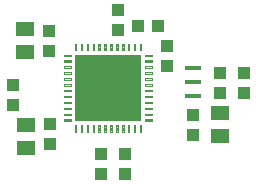
<source format=gbr>
G04 EAGLE Gerber RS-274X export*
G75*
%MOMM*%
%FSLAX34Y34*%
%LPD*%
%INSolderpaste Bottom*%
%IPPOS*%
%AMOC8*
5,1,8,0,0,1.08239X$1,22.5*%
G01*
%ADD10R,1.000000X1.100000*%
%ADD11R,1.500000X1.300000*%
%ADD12R,1.100000X1.000000*%
%ADD13C,0.124994*%
%ADD14R,5.699988X5.699988*%
%ADD15R,1.399997X0.400000*%


D10*
X440690Y342020D03*
X440690Y359020D03*
D11*
X440690Y305460D03*
X440690Y324460D03*
D12*
X265430Y331860D03*
X265430Y348860D03*
D13*
X377827Y373077D02*
X377827Y374327D01*
X383577Y374327D01*
X383577Y373077D01*
X377827Y373077D01*
X377827Y374264D02*
X383577Y374264D01*
X377827Y369327D02*
X377827Y368077D01*
X377827Y369327D02*
X383577Y369327D01*
X383577Y368077D01*
X377827Y368077D01*
X377827Y369264D02*
X383577Y369264D01*
X377827Y364327D02*
X377827Y363077D01*
X377827Y364327D02*
X383577Y364327D01*
X383577Y363077D01*
X377827Y363077D01*
X377827Y364264D02*
X383577Y364264D01*
X377827Y359327D02*
X377827Y358077D01*
X377827Y359327D02*
X383577Y359327D01*
X383577Y358077D01*
X377827Y358077D01*
X377827Y359264D02*
X383577Y359264D01*
X377827Y354327D02*
X377827Y353077D01*
X377827Y354327D02*
X383577Y354327D01*
X383577Y353077D01*
X377827Y353077D01*
X377827Y354264D02*
X383577Y354264D01*
X377827Y349327D02*
X377827Y348077D01*
X377827Y349327D02*
X383577Y349327D01*
X383577Y348077D01*
X377827Y348077D01*
X377827Y349264D02*
X383577Y349264D01*
X377827Y344327D02*
X377827Y343077D01*
X377827Y344327D02*
X383577Y344327D01*
X383577Y343077D01*
X377827Y343077D01*
X377827Y344264D02*
X383577Y344264D01*
X377827Y339327D02*
X377827Y338077D01*
X377827Y339327D02*
X383577Y339327D01*
X383577Y338077D01*
X377827Y338077D01*
X377827Y339264D02*
X383577Y339264D01*
X377827Y334327D02*
X377827Y333077D01*
X377827Y334327D02*
X383577Y334327D01*
X383577Y333077D01*
X377827Y333077D01*
X377827Y334264D02*
X383577Y334264D01*
X377827Y329327D02*
X377827Y328077D01*
X377827Y329327D02*
X383577Y329327D01*
X383577Y328077D01*
X377827Y328077D01*
X377827Y329264D02*
X383577Y329264D01*
X377827Y324327D02*
X377827Y323077D01*
X377827Y324327D02*
X383577Y324327D01*
X383577Y323077D01*
X377827Y323077D01*
X377827Y324264D02*
X383577Y324264D01*
X377827Y319327D02*
X377827Y318077D01*
X377827Y319327D02*
X383577Y319327D01*
X383577Y318077D01*
X377827Y318077D01*
X377827Y319264D02*
X383577Y319264D01*
X374327Y314577D02*
X373077Y314577D01*
X374327Y314577D02*
X374327Y308827D01*
X373077Y308827D01*
X373077Y314577D01*
X373077Y310014D02*
X374327Y310014D01*
X374327Y311201D02*
X373077Y311201D01*
X373077Y312388D02*
X374327Y312388D01*
X374327Y313575D02*
X373077Y313575D01*
X369327Y314577D02*
X368077Y314577D01*
X369327Y314577D02*
X369327Y308827D01*
X368077Y308827D01*
X368077Y314577D01*
X368077Y310014D02*
X369327Y310014D01*
X369327Y311201D02*
X368077Y311201D01*
X368077Y312388D02*
X369327Y312388D01*
X369327Y313575D02*
X368077Y313575D01*
X364327Y314577D02*
X363077Y314577D01*
X364327Y314577D02*
X364327Y308827D01*
X363077Y308827D01*
X363077Y314577D01*
X363077Y310014D02*
X364327Y310014D01*
X364327Y311201D02*
X363077Y311201D01*
X363077Y312388D02*
X364327Y312388D01*
X364327Y313575D02*
X363077Y313575D01*
X359327Y314577D02*
X358077Y314577D01*
X359327Y314577D02*
X359327Y308827D01*
X358077Y308827D01*
X358077Y314577D01*
X358077Y310014D02*
X359327Y310014D01*
X359327Y311201D02*
X358077Y311201D01*
X358077Y312388D02*
X359327Y312388D01*
X359327Y313575D02*
X358077Y313575D01*
X354327Y314577D02*
X353077Y314577D01*
X354327Y314577D02*
X354327Y308827D01*
X353077Y308827D01*
X353077Y314577D01*
X353077Y310014D02*
X354327Y310014D01*
X354327Y311201D02*
X353077Y311201D01*
X353077Y312388D02*
X354327Y312388D01*
X354327Y313575D02*
X353077Y313575D01*
X349327Y314577D02*
X348077Y314577D01*
X349327Y314577D02*
X349327Y308827D01*
X348077Y308827D01*
X348077Y314577D01*
X348077Y310014D02*
X349327Y310014D01*
X349327Y311201D02*
X348077Y311201D01*
X348077Y312388D02*
X349327Y312388D01*
X349327Y313575D02*
X348077Y313575D01*
X344327Y314577D02*
X343077Y314577D01*
X344327Y314577D02*
X344327Y308827D01*
X343077Y308827D01*
X343077Y314577D01*
X343077Y310014D02*
X344327Y310014D01*
X344327Y311201D02*
X343077Y311201D01*
X343077Y312388D02*
X344327Y312388D01*
X344327Y313575D02*
X343077Y313575D01*
X339327Y314577D02*
X338077Y314577D01*
X339327Y314577D02*
X339327Y308827D01*
X338077Y308827D01*
X338077Y314577D01*
X338077Y310014D02*
X339327Y310014D01*
X339327Y311201D02*
X338077Y311201D01*
X338077Y312388D02*
X339327Y312388D01*
X339327Y313575D02*
X338077Y313575D01*
X334327Y314577D02*
X333077Y314577D01*
X334327Y314577D02*
X334327Y308827D01*
X333077Y308827D01*
X333077Y314577D01*
X333077Y310014D02*
X334327Y310014D01*
X334327Y311201D02*
X333077Y311201D01*
X333077Y312388D02*
X334327Y312388D01*
X334327Y313575D02*
X333077Y313575D01*
X329327Y314577D02*
X328077Y314577D01*
X329327Y314577D02*
X329327Y308827D01*
X328077Y308827D01*
X328077Y314577D01*
X328077Y310014D02*
X329327Y310014D01*
X329327Y311201D02*
X328077Y311201D01*
X328077Y312388D02*
X329327Y312388D01*
X329327Y313575D02*
X328077Y313575D01*
X324327Y314577D02*
X323077Y314577D01*
X324327Y314577D02*
X324327Y308827D01*
X323077Y308827D01*
X323077Y314577D01*
X323077Y310014D02*
X324327Y310014D01*
X324327Y311201D02*
X323077Y311201D01*
X323077Y312388D02*
X324327Y312388D01*
X324327Y313575D02*
X323077Y313575D01*
X319327Y314577D02*
X318077Y314577D01*
X319327Y314577D02*
X319327Y308827D01*
X318077Y308827D01*
X318077Y314577D01*
X318077Y310014D02*
X319327Y310014D01*
X319327Y311201D02*
X318077Y311201D01*
X318077Y312388D02*
X319327Y312388D01*
X319327Y313575D02*
X318077Y313575D01*
X314577Y318077D02*
X314577Y319327D01*
X314577Y318077D02*
X308827Y318077D01*
X308827Y319327D01*
X314577Y319327D01*
X314577Y319264D02*
X308827Y319264D01*
X314577Y323077D02*
X314577Y324327D01*
X314577Y323077D02*
X308827Y323077D01*
X308827Y324327D01*
X314577Y324327D01*
X314577Y324264D02*
X308827Y324264D01*
X314577Y328077D02*
X314577Y329327D01*
X314577Y328077D02*
X308827Y328077D01*
X308827Y329327D01*
X314577Y329327D01*
X314577Y329264D02*
X308827Y329264D01*
X314577Y333077D02*
X314577Y334327D01*
X314577Y333077D02*
X308827Y333077D01*
X308827Y334327D01*
X314577Y334327D01*
X314577Y334264D02*
X308827Y334264D01*
X314577Y338077D02*
X314577Y339327D01*
X314577Y338077D02*
X308827Y338077D01*
X308827Y339327D01*
X314577Y339327D01*
X314577Y339264D02*
X308827Y339264D01*
X314577Y343077D02*
X314577Y344327D01*
X314577Y343077D02*
X308827Y343077D01*
X308827Y344327D01*
X314577Y344327D01*
X314577Y344264D02*
X308827Y344264D01*
X314577Y348077D02*
X314577Y349327D01*
X314577Y348077D02*
X308827Y348077D01*
X308827Y349327D01*
X314577Y349327D01*
X314577Y349264D02*
X308827Y349264D01*
X314577Y353077D02*
X314577Y354327D01*
X314577Y353077D02*
X308827Y353077D01*
X308827Y354327D01*
X314577Y354327D01*
X314577Y354264D02*
X308827Y354264D01*
X314577Y358077D02*
X314577Y359327D01*
X314577Y358077D02*
X308827Y358077D01*
X308827Y359327D01*
X314577Y359327D01*
X314577Y359264D02*
X308827Y359264D01*
X314577Y363077D02*
X314577Y364327D01*
X314577Y363077D02*
X308827Y363077D01*
X308827Y364327D01*
X314577Y364327D01*
X314577Y364264D02*
X308827Y364264D01*
X314577Y368077D02*
X314577Y369327D01*
X314577Y368077D02*
X308827Y368077D01*
X308827Y369327D01*
X314577Y369327D01*
X314577Y369264D02*
X308827Y369264D01*
X314577Y373077D02*
X314577Y374327D01*
X314577Y373077D02*
X308827Y373077D01*
X308827Y374327D01*
X314577Y374327D01*
X314577Y374264D02*
X308827Y374264D01*
X318077Y377827D02*
X319327Y377827D01*
X318077Y377827D02*
X318077Y383577D01*
X319327Y383577D01*
X319327Y377827D01*
X319327Y379014D02*
X318077Y379014D01*
X318077Y380201D02*
X319327Y380201D01*
X319327Y381388D02*
X318077Y381388D01*
X318077Y382575D02*
X319327Y382575D01*
X323077Y377827D02*
X324327Y377827D01*
X323077Y377827D02*
X323077Y383577D01*
X324327Y383577D01*
X324327Y377827D01*
X324327Y379014D02*
X323077Y379014D01*
X323077Y380201D02*
X324327Y380201D01*
X324327Y381388D02*
X323077Y381388D01*
X323077Y382575D02*
X324327Y382575D01*
X328077Y377827D02*
X329327Y377827D01*
X328077Y377827D02*
X328077Y383577D01*
X329327Y383577D01*
X329327Y377827D01*
X329327Y379014D02*
X328077Y379014D01*
X328077Y380201D02*
X329327Y380201D01*
X329327Y381388D02*
X328077Y381388D01*
X328077Y382575D02*
X329327Y382575D01*
X333077Y377827D02*
X334327Y377827D01*
X333077Y377827D02*
X333077Y383577D01*
X334327Y383577D01*
X334327Y377827D01*
X334327Y379014D02*
X333077Y379014D01*
X333077Y380201D02*
X334327Y380201D01*
X334327Y381388D02*
X333077Y381388D01*
X333077Y382575D02*
X334327Y382575D01*
X338077Y377827D02*
X339327Y377827D01*
X338077Y377827D02*
X338077Y383577D01*
X339327Y383577D01*
X339327Y377827D01*
X339327Y379014D02*
X338077Y379014D01*
X338077Y380201D02*
X339327Y380201D01*
X339327Y381388D02*
X338077Y381388D01*
X338077Y382575D02*
X339327Y382575D01*
X343077Y377827D02*
X344327Y377827D01*
X343077Y377827D02*
X343077Y383577D01*
X344327Y383577D01*
X344327Y377827D01*
X344327Y379014D02*
X343077Y379014D01*
X343077Y380201D02*
X344327Y380201D01*
X344327Y381388D02*
X343077Y381388D01*
X343077Y382575D02*
X344327Y382575D01*
X348077Y377827D02*
X349327Y377827D01*
X348077Y377827D02*
X348077Y383577D01*
X349327Y383577D01*
X349327Y377827D01*
X349327Y379014D02*
X348077Y379014D01*
X348077Y380201D02*
X349327Y380201D01*
X349327Y381388D02*
X348077Y381388D01*
X348077Y382575D02*
X349327Y382575D01*
X353077Y377827D02*
X354327Y377827D01*
X353077Y377827D02*
X353077Y383577D01*
X354327Y383577D01*
X354327Y377827D01*
X354327Y379014D02*
X353077Y379014D01*
X353077Y380201D02*
X354327Y380201D01*
X354327Y381388D02*
X353077Y381388D01*
X353077Y382575D02*
X354327Y382575D01*
X358077Y377827D02*
X359327Y377827D01*
X358077Y377827D02*
X358077Y383577D01*
X359327Y383577D01*
X359327Y377827D01*
X359327Y379014D02*
X358077Y379014D01*
X358077Y380201D02*
X359327Y380201D01*
X359327Y381388D02*
X358077Y381388D01*
X358077Y382575D02*
X359327Y382575D01*
X363077Y377827D02*
X364327Y377827D01*
X363077Y377827D02*
X363077Y383577D01*
X364327Y383577D01*
X364327Y377827D01*
X364327Y379014D02*
X363077Y379014D01*
X363077Y380201D02*
X364327Y380201D01*
X364327Y381388D02*
X363077Y381388D01*
X363077Y382575D02*
X364327Y382575D01*
X368077Y377827D02*
X369327Y377827D01*
X368077Y377827D02*
X368077Y383577D01*
X369327Y383577D01*
X369327Y377827D01*
X369327Y379014D02*
X368077Y379014D01*
X368077Y380201D02*
X369327Y380201D01*
X369327Y381388D02*
X368077Y381388D01*
X368077Y382575D02*
X369327Y382575D01*
X373077Y377827D02*
X374327Y377827D01*
X373077Y377827D02*
X373077Y383577D01*
X374327Y383577D01*
X374327Y377827D01*
X374327Y379014D02*
X373077Y379014D01*
X373077Y380201D02*
X374327Y380201D01*
X374327Y381388D02*
X373077Y381388D01*
X373077Y382575D02*
X374327Y382575D01*
D14*
X346202Y346202D03*
D15*
X418305Y363010D03*
X418305Y351010D03*
X418305Y339010D03*
D12*
X354330Y412360D03*
X354330Y395360D03*
D11*
X275590Y395580D03*
X275590Y376580D03*
X276860Y295300D03*
X276860Y314300D03*
D10*
X417830Y306460D03*
X417830Y323460D03*
X295910Y394580D03*
X295910Y377580D03*
X297180Y298840D03*
X297180Y315840D03*
D12*
X388230Y398780D03*
X371230Y398780D03*
D10*
X396240Y381880D03*
X396240Y364880D03*
D12*
X461010Y359020D03*
X461010Y342020D03*
X360680Y273440D03*
X360680Y290440D03*
X340360Y273440D03*
X340360Y290440D03*
M02*

</source>
